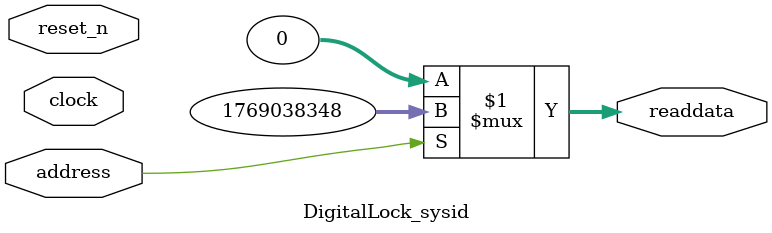
<source format=v>

`timescale 1ns / 1ps
// synthesis translate_on

// turn off superfluous verilog processor warnings 
// altera message_level Level1 
// altera message_off 10034 10035 10036 10037 10230 10240 10030 

module DigitalLock_sysid (
               // inputs:
                address,
                clock,
                reset_n,

               // outputs:
                readdata
             )
;

  output  [ 31: 0] readdata;
  input            address;
  input            clock;
  input            reset_n;

  wire    [ 31: 0] readdata;
  //control_slave, which is an e_avalon_slave
  assign readdata = address ? 1769038348 : 0;

endmodule




</source>
